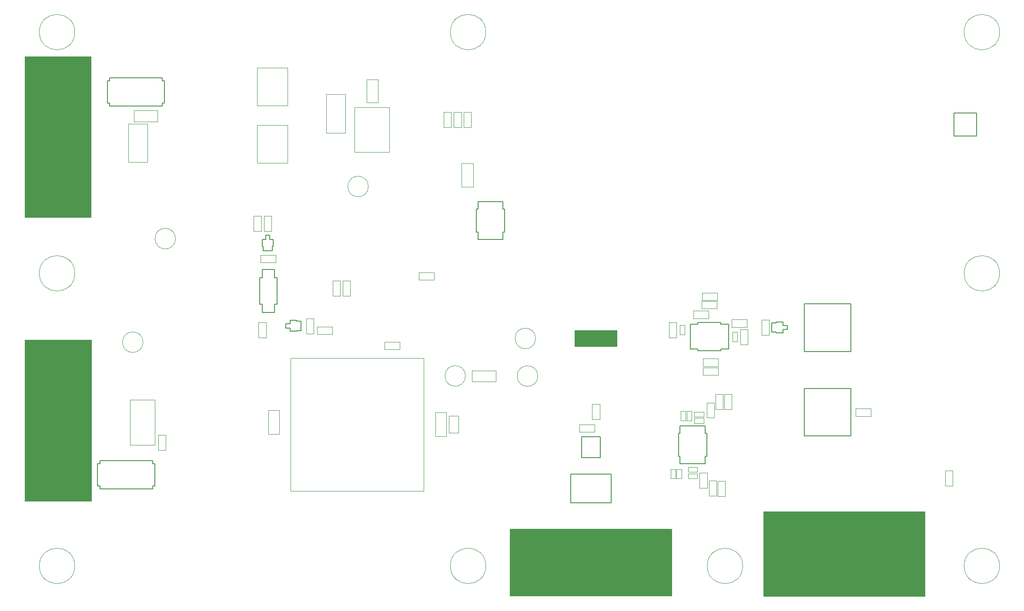
<source format=gbr>
%TF.GenerationSoftware,KiCad,Pcbnew,9.0.3*%
%TF.CreationDate,2025-09-16T12:03:33-04:00*%
%TF.ProjectId,6_COLD_TPC_HV,365f434f-4c44-45f5-9450-435f48562e6b,rev?*%
%TF.SameCoordinates,Original*%
%TF.FileFunction,Other,User*%
%FSLAX46Y46*%
G04 Gerber Fmt 4.6, Leading zero omitted, Abs format (unit mm)*
G04 Created by KiCad (PCBNEW 9.0.3) date 2025-09-16 12:03:33*
%MOMM*%
%LPD*%
G01*
G04 APERTURE LIST*
%ADD10C,0.050000*%
%ADD11C,0.152400*%
%ADD12C,0.100000*%
%ADD13C,0.127000*%
G04 APERTURE END LIST*
D10*
%TO.C,R36*%
X218615000Y-145473800D02*
X220075000Y-145473800D01*
X218615000Y-148433800D02*
X218615000Y-145473800D01*
X220075000Y-145473800D02*
X220075000Y-148433800D01*
X220075000Y-148433800D02*
X218615000Y-148433800D01*
%TO.C,R25*%
X210585000Y-143143800D02*
X211525000Y-143143800D01*
X210585000Y-145003800D02*
X210585000Y-143143800D01*
X211525000Y-143143800D02*
X211525000Y-145003800D01*
X211525000Y-145003800D02*
X210585000Y-145003800D01*
%TO.C,GND1*%
X106730000Y-118410000D02*
G75*
G02*
X102730000Y-118410000I-2000000J0D01*
G01*
X102730000Y-118410000D02*
G75*
G02*
X106730000Y-118410000I2000000J0D01*
G01*
%TO.C,C11*%
X131160000Y-131700000D02*
X133260000Y-131700000D01*
X131160000Y-136300000D02*
X131160000Y-131700000D01*
X133260000Y-131700000D02*
X133260000Y-136300000D01*
X133260000Y-136300000D02*
X131160000Y-136300000D01*
%TO.C,R21*%
X219845000Y-128513800D02*
X221305000Y-128513800D01*
X219845000Y-131473800D02*
X219845000Y-128513800D01*
X221305000Y-128513800D02*
X221305000Y-131473800D01*
X221305000Y-131473800D02*
X219845000Y-131473800D01*
%TO.C,H3*%
X273450000Y-58000000D02*
G75*
G02*
X266550000Y-58000000I-3450000J0D01*
G01*
X266550000Y-58000000D02*
G75*
G02*
X273450000Y-58000000I3450000J0D01*
G01*
%TO.C,R31*%
X221500000Y-116450000D02*
X222440000Y-116450000D01*
X221500000Y-118310000D02*
X221500000Y-116450000D01*
X222440000Y-116450000D02*
X222440000Y-118310000D01*
X222440000Y-118310000D02*
X221500000Y-118310000D01*
%TO.C,H2*%
X93450000Y-105000000D02*
G75*
G02*
X86550000Y-105000000I-3450000J0D01*
G01*
X86550000Y-105000000D02*
G75*
G02*
X93450000Y-105000000I3450000J0D01*
G01*
D11*
%TO.C,P1*%
X235471000Y-127395801D02*
X235471000Y-136703799D01*
X235471000Y-136703799D02*
X244529000Y-136703799D01*
X244529000Y-127395801D02*
X235471000Y-127395801D01*
X244529000Y-136703799D02*
X244529000Y-127395801D01*
D10*
%TO.C,C10*%
X104210000Y-129641000D02*
X109010000Y-129641000D01*
X104210000Y-138441000D02*
X104210000Y-129641000D01*
X109010000Y-129641000D02*
X109010000Y-138441000D01*
X109010000Y-138441000D02*
X104210000Y-138441000D01*
%TO.C,H6*%
X173450000Y-58000000D02*
G75*
G02*
X166550000Y-58000000I-3450000J0D01*
G01*
X166550000Y-58000000D02*
G75*
G02*
X173450000Y-58000000I3450000J0D01*
G01*
%TO.C,R7*%
X128280000Y-93825000D02*
X129740000Y-93825000D01*
X128280000Y-96785000D02*
X128280000Y-93825000D01*
X129740000Y-93825000D02*
X129740000Y-96785000D01*
X129740000Y-96785000D02*
X128280000Y-96785000D01*
%TO.C,R35*%
X227110000Y-114080000D02*
X228570000Y-114080000D01*
X227110000Y-117040000D02*
X227110000Y-114080000D01*
X228570000Y-114080000D02*
X228570000Y-117040000D01*
X228570000Y-117040000D02*
X227110000Y-117040000D01*
D12*
%TO.C,J3*%
X258915000Y-167900000D02*
X227505000Y-167900000D01*
X227505000Y-151400000D01*
X258915000Y-151400000D01*
X258915000Y-167900000D01*
G36*
X258915000Y-167900000D02*
G01*
X227505000Y-167900000D01*
X227505000Y-151400000D01*
X258915000Y-151400000D01*
X258915000Y-167900000D01*
G37*
D10*
%TO.C,R13*%
X166250000Y-132730000D02*
X168150000Y-132730000D01*
X166250000Y-136090000D02*
X166250000Y-132730000D01*
X168150000Y-132730000D02*
X168150000Y-136090000D01*
X168150000Y-136090000D02*
X166250000Y-136090000D01*
%TO.C,R15*%
X211375000Y-131833800D02*
X212315000Y-131833800D01*
X211375000Y-133693800D02*
X211375000Y-131833800D01*
X212315000Y-131833800D02*
X212315000Y-133693800D01*
X212315000Y-133693800D02*
X211375000Y-133693800D01*
%TO.C,C37*%
X143660000Y-106410000D02*
X145120000Y-106410000D01*
X143660000Y-109370000D02*
X143660000Y-106410000D01*
X145120000Y-106410000D02*
X145120000Y-109370000D01*
X145120000Y-109370000D02*
X143660000Y-109370000D01*
D11*
%TO.C,U6*%
X213271600Y-114896600D02*
X214732100Y-114896600D01*
X213271600Y-119773400D02*
X213271600Y-114896600D01*
X213271600Y-119773400D02*
X214732100Y-119773400D01*
X214732100Y-114579100D02*
X219227900Y-114579100D01*
X214732100Y-114896600D02*
X214732100Y-114579100D01*
X214732100Y-120090900D02*
X214732100Y-119773400D01*
X219227900Y-114579100D02*
X219227900Y-114896600D01*
X219227900Y-119773400D02*
X219227900Y-120090900D01*
X219227900Y-120090900D02*
X214732100Y-120090900D01*
X220688400Y-114896600D02*
X219227900Y-114896600D01*
X220688400Y-114896600D02*
X220688400Y-119773400D01*
X220688400Y-119773400D02*
X219227900Y-119773400D01*
D10*
%TO.C,C6*%
X169150000Y-73605000D02*
X170610000Y-73605000D01*
X169150000Y-76565000D02*
X169150000Y-73605000D01*
X170610000Y-73605000D02*
X170610000Y-76565000D01*
X170610000Y-76565000D02*
X169150000Y-76565000D01*
%TO.C,C27*%
X218165000Y-128568800D02*
X219625000Y-128568800D01*
X218165000Y-131528800D02*
X218165000Y-128568800D01*
X219625000Y-128568800D02*
X219625000Y-131528800D01*
X219625000Y-131528800D02*
X218165000Y-131528800D01*
%TO.C,R3*%
X168760000Y-83605000D02*
X171000000Y-83605000D01*
X168760000Y-88165000D02*
X168760000Y-83605000D01*
X171000000Y-83605000D02*
X171000000Y-88165000D01*
X171000000Y-88165000D02*
X168760000Y-88165000D01*
%TO.C,R6*%
X129220000Y-114535000D02*
X130680000Y-114535000D01*
X129220000Y-117495000D02*
X129220000Y-114535000D01*
X130680000Y-114535000D02*
X130680000Y-117495000D01*
X130680000Y-117495000D02*
X129220000Y-117495000D01*
%TO.C,V_{3.3V}1*%
X183560000Y-125020000D02*
G75*
G02*
X179560000Y-125020000I-2000000J0D01*
G01*
X179560000Y-125020000D02*
G75*
G02*
X183560000Y-125020000I2000000J0D01*
G01*
D11*
%TO.C,Q1*%
X129418200Y-105882300D02*
X129951600Y-105882300D01*
X129418200Y-110987700D02*
X129418200Y-105882300D01*
X129951600Y-104231300D02*
X129951600Y-105882300D01*
X129951600Y-104231300D02*
X132288400Y-104231300D01*
X129951600Y-110987700D02*
X129418200Y-110987700D01*
X129951600Y-112638700D02*
X129951600Y-110987700D01*
X132288400Y-104231300D02*
X132288400Y-105882300D01*
X132288400Y-105882300D02*
X132821800Y-105882300D01*
X132288400Y-112638700D02*
X129951600Y-112638700D01*
X132288400Y-112638700D02*
X132288400Y-110987700D01*
X132821800Y-105882300D02*
X132821800Y-110987700D01*
X132821800Y-110987700D02*
X132288400Y-110987700D01*
D10*
%TO.C,C34*%
X216875000Y-145423800D02*
X218335000Y-145423800D01*
X216875000Y-148383800D02*
X216875000Y-145423800D01*
X218335000Y-145423800D02*
X218335000Y-148383800D01*
X218335000Y-148383800D02*
X216875000Y-148383800D01*
%TO.C,C4*%
X142400000Y-70145000D02*
X146100000Y-70145000D01*
X142400000Y-77645000D02*
X142400000Y-70145000D01*
X146100000Y-70145000D02*
X146100000Y-77645000D01*
X146100000Y-77645000D02*
X142400000Y-77645000D01*
%TO.C,R4*%
X140630000Y-115385000D02*
X143590000Y-115385000D01*
X140630000Y-116845000D02*
X140630000Y-115385000D01*
X143590000Y-115385000D02*
X143590000Y-116845000D01*
X143590000Y-116845000D02*
X140630000Y-116845000D01*
D12*
%TO.C,J5*%
X198970000Y-119230000D02*
X190750000Y-119230000D01*
X190750000Y-116090000D01*
X198970000Y-116090000D01*
X198970000Y-119230000D01*
G36*
X198970000Y-119230000D02*
G01*
X190750000Y-119230000D01*
X190750000Y-116090000D01*
X198970000Y-116090000D01*
X198970000Y-119230000D01*
G37*
D10*
%TO.C,C8*%
X165250000Y-73605000D02*
X166710000Y-73605000D01*
X165250000Y-76565000D02*
X165250000Y-73605000D01*
X166710000Y-73605000D02*
X166710000Y-76565000D01*
X166710000Y-76565000D02*
X165250000Y-76565000D01*
%TO.C,H9*%
X273450000Y-105000000D02*
G75*
G02*
X266550000Y-105000000I-3450000J0D01*
G01*
X266550000Y-105000000D02*
G75*
G02*
X273450000Y-105000000I3450000J0D01*
G01*
%TO.C,R22*%
X215530000Y-108770000D02*
X218490000Y-108770000D01*
X215530000Y-110230000D02*
X215530000Y-108770000D01*
X218490000Y-108770000D02*
X218490000Y-110230000D01*
X218490000Y-110230000D02*
X215530000Y-110230000D01*
%TO.C,R1*%
X104950000Y-73232500D02*
X109510000Y-73232500D01*
X104950000Y-75472500D02*
X104950000Y-73232500D01*
X109510000Y-73232500D02*
X109510000Y-75472500D01*
X109510000Y-75472500D02*
X104950000Y-75472500D01*
%TO.C,R26*%
X209415000Y-143143800D02*
X210355000Y-143143800D01*
X209415000Y-145003800D02*
X209415000Y-143143800D01*
X210355000Y-143143800D02*
X210355000Y-145003800D01*
X210355000Y-145003800D02*
X209415000Y-145003800D01*
D11*
%TO.C,F1*%
X99807400Y-67511000D02*
X100251900Y-67511000D01*
X99807400Y-71829000D02*
X99807400Y-67511000D01*
X100251900Y-66901400D02*
X110488100Y-66901400D01*
X100251900Y-67511000D02*
X100251900Y-66901400D01*
X100251900Y-71829000D02*
X99807400Y-71829000D01*
X100251900Y-72438600D02*
X100251900Y-71829000D01*
X110488100Y-66901400D02*
X110488100Y-67511000D01*
X110488100Y-67511000D02*
X110932600Y-67511000D01*
X110488100Y-71829000D02*
X110488100Y-72438600D01*
X110488100Y-72438600D02*
X100251900Y-72438600D01*
X110932600Y-67511000D02*
X110932600Y-71829000D01*
X110932600Y-71829000D02*
X110488100Y-71829000D01*
D10*
%TO.C,C1*%
X103900000Y-75862500D02*
X107600000Y-75862500D01*
X103900000Y-83362500D02*
X103900000Y-75862500D01*
X107600000Y-75862500D02*
X107600000Y-83362500D01*
X107600000Y-83362500D02*
X103900000Y-83362500D01*
%TO.C,R28*%
X215690000Y-121620000D02*
X218650000Y-121620000D01*
X215690000Y-123080000D02*
X215690000Y-121620000D01*
X218650000Y-121620000D02*
X218650000Y-123080000D01*
X218650000Y-123080000D02*
X215690000Y-123080000D01*
%TO.C,C30*%
X262840000Y-143400000D02*
X264300000Y-143400000D01*
X262840000Y-146360000D02*
X262840000Y-143400000D01*
X264300000Y-143400000D02*
X264300000Y-146360000D01*
X264300000Y-146360000D02*
X262840000Y-146360000D01*
%TO.C,C5*%
X147910000Y-72675000D02*
X154710000Y-72675000D01*
X147910000Y-81375000D02*
X147910000Y-72675000D01*
X154710000Y-72675000D02*
X154710000Y-81375000D01*
X154710000Y-81375000D02*
X147910000Y-81375000D01*
%TO.C,C13*%
X170780000Y-123940000D02*
X175380000Y-123940000D01*
X170780000Y-126040000D02*
X170780000Y-123940000D01*
X175380000Y-123940000D02*
X175380000Y-126040000D01*
X175380000Y-126040000D02*
X170780000Y-126040000D01*
%TO.C,R39*%
X145630000Y-106410000D02*
X147090000Y-106410000D01*
X145630000Y-109370000D02*
X145630000Y-106410000D01*
X147090000Y-106410000D02*
X147090000Y-109370000D01*
X147090000Y-109370000D02*
X145630000Y-109370000D01*
%TO.C,R33*%
X221330000Y-114010000D02*
X224290000Y-114010000D01*
X221330000Y-115470000D02*
X221330000Y-114010000D01*
X224290000Y-114010000D02*
X224290000Y-115470000D01*
X224290000Y-115470000D02*
X221330000Y-115470000D01*
%TO.C,H8*%
X173450000Y-162000000D02*
G75*
G02*
X166550000Y-162000000I-3450000J0D01*
G01*
X166550000Y-162000000D02*
G75*
G02*
X173450000Y-162000000I3450000J0D01*
G01*
%TO.C,H4*%
X223450000Y-162000000D02*
G75*
G02*
X216550000Y-162000000I-3450000J0D01*
G01*
X216550000Y-162000000D02*
G75*
G02*
X223450000Y-162000000I3450000J0D01*
G01*
D11*
%TO.C,J6*%
X264570199Y-73762099D02*
X264570199Y-78257899D01*
X264570199Y-78257899D02*
X268989799Y-78257899D01*
X268989799Y-73762099D02*
X264570199Y-73762099D01*
X268989799Y-78257899D02*
X268989799Y-73762099D01*
D10*
%TO.C,C9*%
X191665000Y-134440000D02*
X194625000Y-134440000D01*
X191665000Y-135900000D02*
X191665000Y-134440000D01*
X194625000Y-134440000D02*
X194625000Y-135900000D01*
X194625000Y-135900000D02*
X191665000Y-135900000D01*
D11*
%TO.C,M3*%
X229120401Y-114656000D02*
X229120401Y-116464000D01*
X229976000Y-114506000D02*
X229976000Y-114656000D01*
X229976000Y-114506000D02*
X231284000Y-114506000D01*
X229976000Y-114656000D02*
X229120401Y-114656000D01*
X229976000Y-116464000D02*
X229120401Y-116464000D01*
X229976000Y-116614000D02*
X229976000Y-116464000D01*
X231284000Y-114506000D02*
X231284000Y-115156000D01*
X231284000Y-115156000D02*
X232139599Y-115156000D01*
X231284000Y-115964000D02*
X232139599Y-115964000D01*
X231284000Y-116614000D02*
X229976000Y-116614000D01*
X231284000Y-116614000D02*
X231284000Y-115964000D01*
X232139599Y-115156000D02*
X232139599Y-115964000D01*
D10*
%TO.C,H7*%
X273450000Y-162000000D02*
G75*
G02*
X266550000Y-162000000I-3450000J0D01*
G01*
X266550000Y-162000000D02*
G75*
G02*
X273450000Y-162000000I3450000J0D01*
G01*
%TO.C,R16*%
X214055000Y-133233800D02*
X215915000Y-133233800D01*
X214055000Y-134173800D02*
X214055000Y-133233800D01*
X215915000Y-133233800D02*
X215915000Y-134173800D01*
X215915000Y-134173800D02*
X214055000Y-134173800D01*
D11*
%TO.C,U5*%
X210944100Y-136152100D02*
X211261600Y-136152100D01*
X210944100Y-140647900D02*
X210944100Y-136152100D01*
X211261600Y-134691600D02*
X211261600Y-136152100D01*
X211261600Y-134691600D02*
X216138400Y-134691600D01*
X211261600Y-140647900D02*
X210944100Y-140647900D01*
X211261600Y-142108400D02*
X211261600Y-140647900D01*
X216138400Y-134691600D02*
X216138400Y-136152100D01*
X216138400Y-136152100D02*
X216455900Y-136152100D01*
X216138400Y-142108400D02*
X211261600Y-142108400D01*
X216138400Y-142108400D02*
X216138400Y-140647900D01*
X216455900Y-136152100D02*
X216455900Y-140647900D01*
X216455900Y-140647900D02*
X216138400Y-140647900D01*
D13*
%TO.C,J4*%
X209600000Y-167830000D02*
X178200000Y-167830000D01*
X178200000Y-154910000D01*
X209600000Y-154910000D01*
X209600000Y-167830000D01*
G36*
X209600000Y-167830000D02*
G01*
X178200000Y-167830000D01*
X178200000Y-154910000D01*
X209600000Y-154910000D01*
X209600000Y-167830000D01*
G37*
D10*
%TO.C,R8*%
X130270000Y-93825000D02*
X131730000Y-93825000D01*
X130270000Y-96785000D02*
X130270000Y-93825000D01*
X131730000Y-93825000D02*
X131730000Y-96785000D01*
X131730000Y-96785000D02*
X130270000Y-96785000D01*
D12*
%TO.C,J2*%
X96660000Y-149360000D02*
X83740000Y-149360000D01*
X83740000Y-117960000D01*
X96660000Y-117960000D01*
X96660000Y-149360000D01*
G36*
X96660000Y-149360000D02*
G01*
X83740000Y-149360000D01*
X83740000Y-117960000D01*
X96660000Y-117960000D01*
X96660000Y-149360000D01*
G37*
D10*
%TO.C,C24*%
X209130000Y-114545000D02*
X210590000Y-114545000D01*
X209130000Y-117505000D02*
X209130000Y-114545000D01*
X210590000Y-114545000D02*
X210590000Y-117505000D01*
X210590000Y-117505000D02*
X209130000Y-117505000D01*
%TO.C,U4*%
X135447500Y-121480000D02*
X161347500Y-121480000D01*
X135447500Y-147380000D02*
X135447500Y-121480000D01*
X161347500Y-121480000D02*
X161347500Y-147380000D01*
X161347500Y-147380000D02*
X135447500Y-147380000D01*
%TO.C,V_{GND}1*%
X169490000Y-124990000D02*
G75*
G02*
X165490000Y-124990000I-2000000J0D01*
G01*
X165490000Y-124990000D02*
G75*
G02*
X169490000Y-124990000I2000000J0D01*
G01*
%TO.C,R5*%
X138510000Y-113815000D02*
X139970000Y-113815000D01*
X138510000Y-116775000D02*
X138510000Y-113815000D01*
X139970000Y-113815000D02*
X139970000Y-116775000D01*
X139970000Y-116775000D02*
X138510000Y-116775000D01*
%TO.C,C22*%
X163630000Y-132125000D02*
X165730000Y-132125000D01*
X163630000Y-136725000D02*
X163630000Y-132125000D01*
X165730000Y-132125000D02*
X165730000Y-136725000D01*
X165730000Y-136725000D02*
X163630000Y-136725000D01*
%TO.C,C2*%
X128940000Y-76115000D02*
X134840000Y-76115000D01*
X128940000Y-83515000D02*
X128940000Y-76115000D01*
X134840000Y-76115000D02*
X134840000Y-83515000D01*
X134840000Y-83515000D02*
X128940000Y-83515000D01*
%TO.C,HV_SET_{-EXT}1*%
X183130000Y-117680000D02*
G75*
G02*
X179130000Y-117680000I-2000000J0D01*
G01*
X179130000Y-117680000D02*
G75*
G02*
X183130000Y-117680000I2000000J0D01*
G01*
D11*
%TO.C,M2*%
X129946000Y-98421000D02*
X130596000Y-98421000D01*
X129946000Y-99729000D02*
X129946000Y-98421000D01*
X129946000Y-99729000D02*
X130096000Y-99729000D01*
X130096000Y-99729000D02*
X130096000Y-100584599D01*
X130096000Y-100584599D02*
X131904000Y-100584599D01*
X130596000Y-97565401D02*
X131404000Y-97565401D01*
X130596000Y-98421000D02*
X130596000Y-97565401D01*
X131404000Y-98421000D02*
X131404000Y-97565401D01*
X131904000Y-99729000D02*
X131904000Y-100584599D01*
X132054000Y-98421000D02*
X131404000Y-98421000D01*
X132054000Y-98421000D02*
X132054000Y-99729000D01*
X132054000Y-99729000D02*
X131904000Y-99729000D01*
D10*
%TO.C,R27*%
X215700000Y-123370000D02*
X218660000Y-123370000D01*
X215700000Y-124830000D02*
X215700000Y-123370000D01*
X218660000Y-123370000D02*
X218660000Y-124830000D01*
X218660000Y-124830000D02*
X215700000Y-124830000D01*
%TO.C,C7*%
X167240000Y-73605000D02*
X168700000Y-73605000D01*
X167240000Y-76565000D02*
X167240000Y-73605000D01*
X168700000Y-73605000D02*
X168700000Y-76565000D01*
X168700000Y-76565000D02*
X167240000Y-76565000D01*
%TO.C,H5*%
X93450000Y-162000000D02*
G75*
G02*
X86550000Y-162000000I-3450000J0D01*
G01*
X86550000Y-162000000D02*
G75*
G02*
X93450000Y-162000000I3450000J0D01*
G01*
%TO.C,H1*%
X93450000Y-58000000D02*
G75*
G02*
X86550000Y-58000000I-3450000J0D01*
G01*
X86550000Y-58000000D02*
G75*
G02*
X93450000Y-58000000I3450000J0D01*
G01*
%TO.C,R34*%
X215065000Y-143823800D02*
X216525000Y-143823800D01*
X215065000Y-146783800D02*
X215065000Y-143823800D01*
X216525000Y-143823800D02*
X216525000Y-146783800D01*
X216525000Y-146783800D02*
X215065000Y-146783800D01*
%TO.C,C19*%
X153770000Y-118340000D02*
X156730000Y-118340000D01*
X153770000Y-119800000D02*
X153770000Y-118340000D01*
X156730000Y-118340000D02*
X156730000Y-119800000D01*
X156730000Y-119800000D02*
X153770000Y-119800000D01*
%TO.C,R20*%
X213850000Y-112310000D02*
X216810000Y-112310000D01*
X213850000Y-113770000D02*
X213850000Y-112310000D01*
X216810000Y-112310000D02*
X216810000Y-113770000D01*
X216810000Y-113770000D02*
X213850000Y-113770000D01*
D11*
%TO.C,U2*%
X192124300Y-136868000D02*
X195705700Y-136868000D01*
X192124300Y-140932000D02*
X192124300Y-136868000D01*
X195705700Y-136868000D02*
X195705700Y-140932000D01*
X195705700Y-140932000D02*
X192124300Y-140932000D01*
D10*
%TO.C,R9*%
X129610000Y-101465000D02*
X132570000Y-101465000D01*
X129610000Y-102925000D02*
X129610000Y-101465000D01*
X132570000Y-101465000D02*
X132570000Y-102925000D01*
X132570000Y-102925000D02*
X129610000Y-102925000D01*
%TO.C,R37*%
X245408000Y-131370000D02*
X248368000Y-131370000D01*
X245408000Y-132830000D02*
X245408000Y-131370000D01*
X248368000Y-131370000D02*
X248368000Y-132830000D01*
X248368000Y-132830000D02*
X245408000Y-132830000D01*
%TO.C,C32*%
X222960000Y-115920000D02*
X224420000Y-115920000D01*
X222960000Y-118880000D02*
X222960000Y-115920000D01*
X224420000Y-115920000D02*
X224420000Y-118880000D01*
X224420000Y-118880000D02*
X222960000Y-118880000D01*
D11*
%TO.C,F2*%
X97897400Y-142071000D02*
X98341900Y-142071000D01*
X97897400Y-146389000D02*
X97897400Y-142071000D01*
X98341900Y-141461400D02*
X108578100Y-141461400D01*
X98341900Y-142071000D02*
X98341900Y-141461400D01*
X98341900Y-146389000D02*
X97897400Y-146389000D01*
X98341900Y-146998600D02*
X98341900Y-146389000D01*
X108578100Y-141461400D02*
X108578100Y-142071000D01*
X108578100Y-142071000D02*
X109022600Y-142071000D01*
X108578100Y-146389000D02*
X108578100Y-146998600D01*
X108578100Y-146998600D02*
X98341900Y-146998600D01*
X109022600Y-142071000D02*
X109022600Y-146389000D01*
X109022600Y-146389000D02*
X108578100Y-146389000D01*
D10*
%TO.C,C31*%
X212795000Y-144013800D02*
X214655000Y-144013800D01*
X212795000Y-144953800D02*
X212795000Y-144013800D01*
X214655000Y-144013800D02*
X214655000Y-144953800D01*
X214655000Y-144953800D02*
X212795000Y-144953800D01*
D12*
%TO.C,J1*%
X96610000Y-94120000D02*
X83690000Y-94120000D01*
X83690000Y-62720000D01*
X96610000Y-62720000D01*
X96610000Y-94120000D01*
G36*
X96610000Y-94120000D02*
G01*
X83690000Y-94120000D01*
X83690000Y-62720000D01*
X96610000Y-62720000D01*
X96610000Y-94120000D01*
G37*
D10*
%TO.C,R18*%
X160460000Y-104825000D02*
X163420000Y-104825000D01*
X160460000Y-106285000D02*
X160460000Y-104825000D01*
X163420000Y-104825000D02*
X163420000Y-106285000D01*
X163420000Y-106285000D02*
X160460000Y-106285000D01*
%TO.C,R29*%
X212795000Y-142743800D02*
X214655000Y-142743800D01*
X212795000Y-143683800D02*
X212795000Y-142743800D01*
X214655000Y-142743800D02*
X214655000Y-143683800D01*
X214655000Y-143683800D02*
X212795000Y-143683800D01*
%TO.C,C28*%
X215480000Y-110430000D02*
X218440000Y-110430000D01*
X215480000Y-111890000D02*
X215480000Y-110430000D01*
X218440000Y-110430000D02*
X218440000Y-111890000D01*
X218440000Y-111890000D02*
X215480000Y-111890000D01*
%TO.C,R2*%
X150230000Y-67207500D02*
X152470000Y-67207500D01*
X150230000Y-71767500D02*
X150230000Y-67207500D01*
X152470000Y-67207500D02*
X152470000Y-71767500D01*
X152470000Y-71767500D02*
X150230000Y-71767500D01*
%TO.C,C3*%
X128940000Y-64945000D02*
X134840000Y-64945000D01*
X128940000Y-72345000D02*
X128940000Y-64945000D01*
X134840000Y-64945000D02*
X134840000Y-72345000D01*
X134840000Y-72345000D02*
X128940000Y-72345000D01*
%TO.C,R11*%
X109730000Y-136460000D02*
X111190000Y-136460000D01*
X109730000Y-139420000D02*
X109730000Y-136460000D01*
X111190000Y-136460000D02*
X111190000Y-139420000D01*
X111190000Y-139420000D02*
X109730000Y-139420000D01*
%TO.C,GND2*%
X113060000Y-98240000D02*
G75*
G02*
X109060000Y-98240000I-2000000J0D01*
G01*
X109060000Y-98240000D02*
G75*
G02*
X113060000Y-98240000I2000000J0D01*
G01*
D11*
%TO.C,M1*%
X134505401Y-115643999D02*
X134505401Y-114835999D01*
X135361000Y-114185999D02*
X135361000Y-114835999D01*
X135361000Y-114185999D02*
X136669000Y-114185999D01*
X135361000Y-114835999D02*
X134505401Y-114835999D01*
X135361000Y-115643999D02*
X134505401Y-115643999D01*
X135361000Y-116293999D02*
X135361000Y-115643999D01*
X136669000Y-114185999D02*
X136669000Y-114335999D01*
X136669000Y-114335999D02*
X137524599Y-114335999D01*
X136669000Y-116143999D02*
X137524599Y-116143999D01*
X136669000Y-116293999D02*
X135361000Y-116293999D01*
X136669000Y-116293999D02*
X136669000Y-116143999D01*
X137524599Y-116143999D02*
X137524599Y-114335999D01*
%TO.C,U7*%
X171604100Y-92457100D02*
X171921600Y-92457100D01*
X171604100Y-96952900D02*
X171604100Y-92457100D01*
X171921600Y-90996600D02*
X171921600Y-92457100D01*
X171921600Y-90996600D02*
X176798400Y-90996600D01*
X171921600Y-96952900D02*
X171604100Y-96952900D01*
X171921600Y-98413400D02*
X171921600Y-96952900D01*
X176798400Y-90996600D02*
X176798400Y-92457100D01*
X176798400Y-92457100D02*
X177115900Y-92457100D01*
X176798400Y-98413400D02*
X171921600Y-98413400D01*
X176798400Y-98413400D02*
X176798400Y-96952900D01*
X177115900Y-92457100D02*
X177115900Y-96952900D01*
X177115900Y-96952900D02*
X176798400Y-96952900D01*
D10*
%TO.C,R14*%
X212595000Y-131833800D02*
X213535000Y-131833800D01*
X212595000Y-133693800D02*
X212595000Y-131833800D01*
X213535000Y-131833800D02*
X213535000Y-133693800D01*
X213535000Y-133693800D02*
X212595000Y-133693800D01*
D11*
%TO.C,P2*%
X235471000Y-110966001D02*
X235471000Y-120273999D01*
X235471000Y-120273999D02*
X244529000Y-120273999D01*
X244529000Y-110966001D02*
X235471000Y-110966001D01*
X244529000Y-120273999D02*
X244529000Y-110966001D01*
%TO.C,U10*%
X190003400Y-144083300D02*
X197826600Y-144083300D01*
X190003400Y-149696700D02*
X190003400Y-144083300D01*
X197826600Y-144083300D02*
X197826600Y-149696700D01*
X197826600Y-149696700D02*
X190003400Y-149696700D01*
D10*
%TO.C,C23*%
X214055000Y-132033800D02*
X215915000Y-132033800D01*
X214055000Y-132973800D02*
X214055000Y-132033800D01*
X215915000Y-132033800D02*
X215915000Y-132973800D01*
X215915000Y-132973800D02*
X214055000Y-132973800D01*
%TO.C,R19*%
X216455000Y-130188800D02*
X217915000Y-130188800D01*
X216455000Y-133148800D02*
X216455000Y-130188800D01*
X217915000Y-130188800D02*
X217915000Y-133148800D01*
X217915000Y-133148800D02*
X216455000Y-133148800D01*
%TO.C,R10*%
X194150000Y-130470000D02*
X195610000Y-130470000D01*
X194150000Y-133430000D02*
X194150000Y-130470000D01*
X195610000Y-130470000D02*
X195610000Y-133430000D01*
X195610000Y-133430000D02*
X194150000Y-133430000D01*
%TO.C,V_{EN}1*%
X150590000Y-88075000D02*
G75*
G02*
X146590000Y-88075000I-2000000J0D01*
G01*
X146590000Y-88075000D02*
G75*
G02*
X150590000Y-88075000I2000000J0D01*
G01*
%TO.C,R17*%
X211200000Y-115095000D02*
X212140000Y-115095000D01*
X211200000Y-116955000D02*
X211200000Y-115095000D01*
X212140000Y-115095000D02*
X212140000Y-116955000D01*
X212140000Y-116955000D02*
X211200000Y-116955000D01*
%TD*%
M02*

</source>
